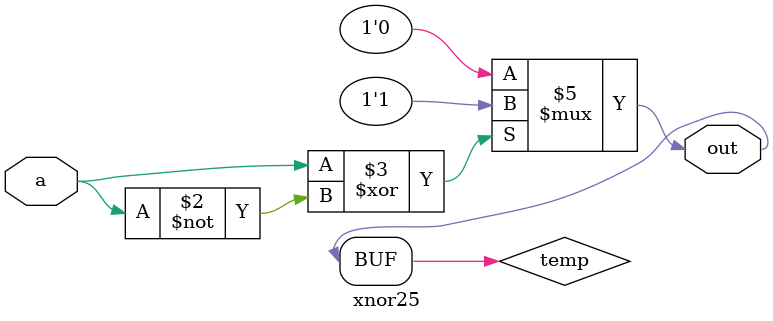
<source format=v>
module xnor25 (
    input wire a,
    output wire out
);

reg temp;
always @(*) begin
    if (a ^ a == 1'b0)
        temp = 1'b1;
    else
        temp = 1'b0;
end

assign out = temp;

endmodule

</source>
